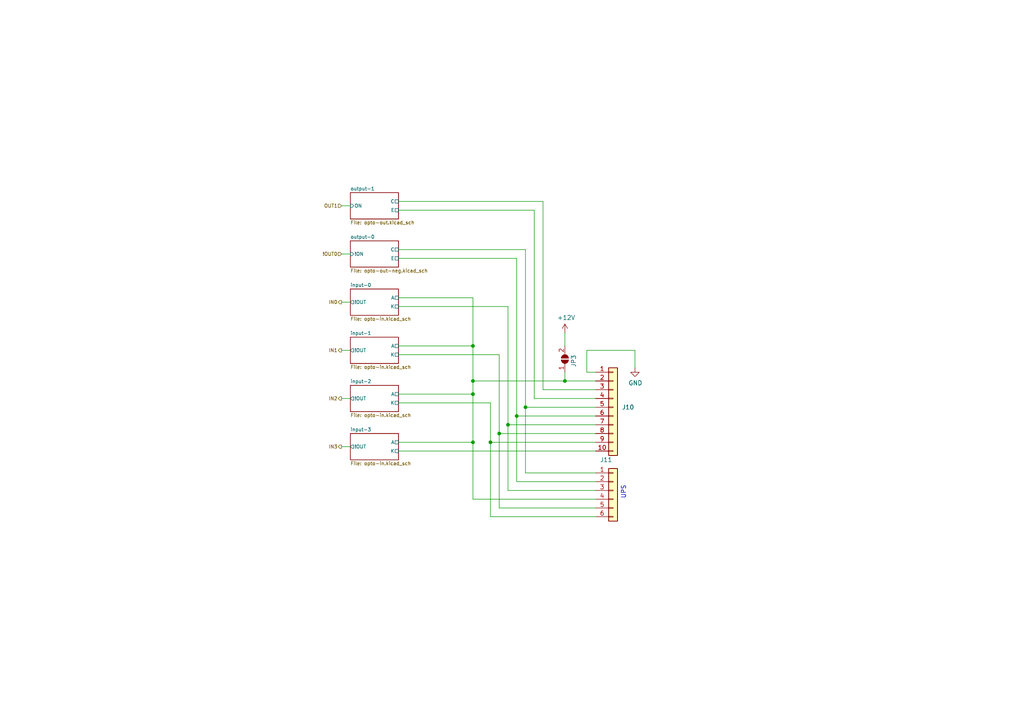
<source format=kicad_sch>
(kicad_sch (version 20230121) (generator eeschema)
  (paper "User" 297.002 210.007)
  (title_block (title "ESP-MAP (Standalone UPS Monitor)") (date "2024-01-07") (rev "rev01") (comment 1 "https://github.com/enriquewph/esp-map"))
  (lib_symbols
    (symbol "Connector_Generic:Conn_01x06" (pin_names (offset 1.016) hide)
      (property "Reference" "J" (at 0 7.62 0))
      (property "Value" "Conn_01x06" (at 0 -10.16 0))
      (symbol "Conn_01x06_1_1"
        (rectangle (start -1.27 -7.493) (end 0 -7.747) (stroke (width 0.1524)))
        (rectangle (start -1.27 -4.953) (end 0 -5.207) (stroke (width 0.1524)))
        (rectangle (start -1.27 -2.413) (end 0 -2.667) (stroke (width 0.1524)))
        (rectangle (start -1.27 0.127) (end 0 -0.127) (stroke (width 0.1524)))
        (rectangle (start -1.27 2.667) (end 0 2.413) (stroke (width 0.1524)))
        (rectangle (start -1.27 5.207) (end 0 4.953) (stroke (width 0.1524)))
        (rectangle (start -1.27 6.35) (end 1.27 -8.89) (stroke (width 0.254)) (fill (type background)))
        (pin passive line (at -5.08 5.08 0) (length 3.81) (name "Pin_1") (number "1"))
        (pin passive line (at -5.08 2.54 0) (length 3.81) (name "Pin_2") (number "2"))
        (pin passive line (at -5.08 0 0) (length 3.81) (name "Pin_3") (number "3"))
        (pin passive line (at -5.08 -2.54 0) (length 3.81) (name "Pin_4") (number "4"))
        (pin passive line (at -5.08 -5.08 0) (length 3.81) (name "Pin_5") (number "5"))
        (pin passive line (at -5.08 -7.62 0) (length 3.81) (name "Pin_6") (number "6"))
      )
    )
    (symbol "Connector_Generic:Conn_01x10" (pin_names (offset 1.016) hide)
      (property "Reference" "J" (at 0 12.7 0))
      (property "Value" "Conn_01x10" (at 0 -15.24 0))
      (symbol "Conn_01x10_1_1"
        (rectangle (start -1.27 -12.573) (end 0 -12.827) (stroke (width 0.1524)))
        (rectangle (start -1.27 -10.033) (end 0 -10.287) (stroke (width 0.1524)))
        (rectangle (start -1.27 -7.493) (end 0 -7.747) (stroke (width 0.1524)))
        (rectangle (start -1.27 -4.953) (end 0 -5.207) (stroke (width 0.1524)))
        (rectangle (start -1.27 -2.413) (end 0 -2.667) (stroke (width 0.1524)))
        (rectangle (start -1.27 0.127) (end 0 -0.127) (stroke (width 0.1524)))
        (rectangle (start -1.27 2.667) (end 0 2.413) (stroke (width 0.1524)))
        (rectangle (start -1.27 5.207) (end 0 4.953) (stroke (width 0.1524)))
        (rectangle (start -1.27 7.747) (end 0 7.493) (stroke (width 0.1524)))
        (rectangle (start -1.27 10.287) (end 0 10.033) (stroke (width 0.1524)))
        (rectangle (start -1.27 11.43) (end 1.27 -13.97) (stroke (width 0.254)) (fill (type background)))
        (pin passive line (at -5.08 10.16 0) (length 3.81) (name "Pin_1") (number "1"))
        (pin passive line (at -5.08 -12.7 0) (length 3.81) (name "Pin_10") (number "10"))
        (pin passive line (at -5.08 7.62 0) (length 3.81) (name "Pin_2") (number "2"))
        (pin passive line (at -5.08 5.08 0) (length 3.81) (name "Pin_3") (number "3"))
        (pin passive line (at -5.08 2.54 0) (length 3.81) (name "Pin_4") (number "4"))
        (pin passive line (at -5.08 0 0) (length 3.81) (name "Pin_5") (number "5"))
        (pin passive line (at -5.08 -2.54 0) (length 3.81) (name "Pin_6") (number "6"))
        (pin passive line (at -5.08 -5.08 0) (length 3.81) (name "Pin_7") (number "7"))
        (pin passive line (at -5.08 -7.62 0) (length 3.81) (name "Pin_8") (number "8"))
        (pin passive line (at -5.08 -10.16 0) (length 3.81) (name "Pin_9") (number "9"))
      )
    )
    (symbol "Jumper:SolderJumper_2_Open" (pin_names (offset 0) hide)
      (property "Reference" "JP" (at 0 2.032 0))
      (property "Value" "SolderJumper_2_Open" (at 0 -2.54 0))
      (symbol "SolderJumper_2_Open_0_1"
        (arc (start -0.254 1.016) (mid -1.2656 0) (end -0.254 -1.016))
        (arc (start -0.254 1.016) (mid -1.2656 0) (end -0.254 -1.016) (fill (type outline)))
        (polyline (pts (xy -0.254 1.016) (xy -0.254 -1.016)))
        (polyline (pts (xy 0.254 1.016) (xy 0.254 -1.016)))
        (arc (start 0.254 -1.016) (mid 1.2656 0) (end 0.254 1.016))
        (arc (start 0.254 -1.016) (mid 1.2656 0) (end 0.254 1.016) (fill (type outline)))
      )
      (symbol "SolderJumper_2_Open_1_1"
        (pin passive line (at -3.81 0 0) (length 2.54) (name "A") (number "1"))
        (pin passive line (at 3.81 0 180) (length 2.54) (name "B") (number "2"))
      )
    )
    (symbol "power:+12V" (power) (pin_names (offset 0))
      (property "Value" "+12V" (at 0 3.556 0))
      (symbol "+12V_0_1"
        (polyline (pts (xy -0.762 1.27) (xy 0 2.54)))
        (polyline (pts (xy 0 0) (xy 0 2.54)))
        (polyline (pts (xy 0 2.54) (xy 0.762 1.27)))
      )
      (symbol "+12V_1_1"
        (pin power_in line (at 0 0 90) (length 0) hide (name "+12V") (number "1"))
      )
    )
    (symbol "power:GND" (power) (pin_names (offset 0))
      (property "Value" "GND" (at 0 -3.81 0))
      (symbol "GND_0_1"
        (polyline (pts (xy 0 0) (xy 0 -1.27) (xy 1.27 -1.27) (xy 0 -2.54) (xy -1.27 -1.27) (xy 0 -1.27)))
      )
      (symbol "GND_1_1"
        (pin power_in line (at 0 0 270) (length 0) hide (name "GND") (number "1"))
      )
    )
  )
  (junction (at 144.78 125.73))
  (junction (at 152.4 118.11))
  (junction (at 142.24 128.27))
  (junction (at 137.16 110.49))
  (junction (at 137.16 114.3))
  (junction (at 137.16 128.27))
  (junction (at 147.32 123.19))
  (junction (at 149.86 120.65))
  (junction (at 137.16 100.33))
  (junction (at 163.83 110.49))
  (wire (pts (xy 144.78 125.73) (xy 144.78 102.87)))
  (wire (pts (xy 137.16 114.3) (xy 137.16 128.27)))
  (wire (pts (xy 137.16 86.36) (xy 137.16 100.33)))
  (wire (pts (xy 142.24 128.27) (xy 142.24 116.84)))
  (wire (pts (xy 144.78 147.32) (xy 144.78 125.73)))
  (wire (pts (xy 170.18 107.95) (xy 172.72 107.95)))
  (wire (pts (xy 172.72 149.86) (xy 142.24 149.86)))
  (wire (pts (xy 115.57 58.42) (xy 157.48 58.42)))
  (wire (pts (xy 172.72 139.7) (xy 149.86 139.7)))
  (wire (pts (xy 163.83 107.95) (xy 163.83 110.49)))
  (wire (pts (xy 172.72 147.32) (xy 144.78 147.32)))
  (wire (pts (xy 149.86 120.65) (xy 149.86 139.7)))
  (wire (pts (xy 147.32 142.24) (xy 147.32 123.19)))
  (wire (pts (xy 137.16 144.78) (xy 172.72 144.78)))
  (wire (pts (xy 152.4 118.11) (xy 172.72 118.11)))
  (wire (pts (xy 99.06 73.66) (xy 101.6 73.66)))
  (wire (pts (xy 115.57 100.33) (xy 137.16 100.33)))
  (wire (pts (xy 137.16 110.49) (xy 163.83 110.49)))
  (wire (pts (xy 163.83 96.52) (xy 163.83 100.33)))
  (wire (pts (xy 115.57 116.84) (xy 142.24 116.84)))
  (wire (pts (xy 137.16 110.49) (xy 137.16 114.3)))
  (wire (pts (xy 184.15 106.68) (xy 184.15 101.6)))
  (wire (pts (xy 152.4 72.39) (xy 152.4 118.11)))
  (wire (pts (xy 154.94 115.57) (xy 154.94 60.96)))
  (wire (pts (xy 157.48 113.03) (xy 172.72 113.03)))
  (wire (pts (xy 115.57 74.93) (xy 149.86 74.93)))
  (wire (pts (xy 115.57 60.96) (xy 154.94 60.96)))
  (wire (pts (xy 170.18 101.6) (xy 170.18 107.95)))
  (wire (pts (xy 115.57 86.36) (xy 137.16 86.36)))
  (wire (pts (xy 149.86 120.65) (xy 172.72 120.65)))
  (wire (pts (xy 157.48 58.42) (xy 157.48 113.03)))
  (wire (pts (xy 144.78 125.73) (xy 172.72 125.73)))
  (wire (pts (xy 163.83 110.49) (xy 172.72 110.49)))
  (wire (pts (xy 137.16 100.33) (xy 137.16 110.49)))
  (wire (pts (xy 115.57 114.3) (xy 137.16 114.3)))
  (wire (pts (xy 147.32 123.19) (xy 172.72 123.19)))
  (wire (pts (xy 137.16 144.78) (xy 137.16 128.27)))
  (wire (pts (xy 99.06 129.54) (xy 101.6 129.54)))
  (wire (pts (xy 99.06 87.63) (xy 101.6 87.63)))
  (wire (pts (xy 152.4 118.11) (xy 152.4 137.16)))
  (wire (pts (xy 115.57 102.87) (xy 144.78 102.87)))
  (wire (pts (xy 149.86 74.93) (xy 149.86 120.65)))
  (wire (pts (xy 101.6 101.6) (xy 99.06 101.6)))
  (wire (pts (xy 147.32 123.19) (xy 147.32 88.9)))
  (wire (pts (xy 115.57 130.81) (xy 172.72 130.81)))
  (wire (pts (xy 142.24 128.27) (xy 172.72 128.27)))
  (wire (pts (xy 115.57 72.39) (xy 152.4 72.39)))
  (wire (pts (xy 172.72 115.57) (xy 154.94 115.57)))
  (wire (pts (xy 172.72 142.24) (xy 147.32 142.24)))
  (wire (pts (xy 142.24 149.86) (xy 142.24 128.27)))
  (wire (pts (xy 115.57 88.9) (xy 147.32 88.9)))
  (wire (pts (xy 152.4 137.16) (xy 172.72 137.16)))
  (wire (pts (xy 99.06 59.69) (xy 101.6 59.69)))
  (wire (pts (xy 115.57 128.27) (xy 137.16 128.27)))
  (wire (pts (xy 184.15 101.6) (xy 170.18 101.6)))
  (wire (pts (xy 99.06 115.57) (xy 101.6 115.57)))
  (text "UPS" (at 181.61 144.78 90) (effects (font (size 1.27 1.27)) (justify left bottom)))
  (hierarchical_label "!OUT0" (shape input) (at 99.06 73.66 180) (effects (font (size 0.9906 0.9906))))
  (hierarchical_label "IN2" (shape output) (at 99.06 115.57 180) (effects (font (size 0.9906 0.9906))))
  (hierarchical_label "OUT1" (shape input) (at 99.06 59.69 180) (effects (font (size 0.9906 0.9906))))
  (hierarchical_label "IN3" (shape output) (at 99.06 129.54 180) (effects (font (size 0.9906 0.9906))))
  (hierarchical_label "IN0" (shape output) (at 99.06 87.63 180) (effects (font (size 0.9906 0.9906))))
  (hierarchical_label "IN1" (shape output) (at 99.06 101.6 180) (effects (font (size 0.9906 0.9906))))
  (symbol (lib_id "Connector_Generic:Conn_01x06") (at 177.8 142.24 0) (unit 1) (in_bom no) (on_board no)
    (property "Reference" "J11" (at 173.99 133.35 0) (effects (justify left)))
    (property "Value" "Conn_01x06" (effects hide))
    (property "Footprint" "Connector_Molex:Molex_KK-254_AE-6410-06A_1x06_P2.54mm_Vertical" (effects hide))
    (property "Datasheet" "https://app.adam-tech.com/products/download/data_sheet/196588/lha-xx-ts-data-sheet.pdf" (effects hide))
    (property "manf#" "LHA-06-TS" (effects hide))
  )
  (symbol (lib_id "Jumper:SolderJumper_2_Open") (at 163.83 104.14 90) (unit 1)
    (property "Reference" "JP3" (at 166.37 102.87 0) (effects (justify right)))
    (property "Value" "SolderJumper_2_Open" (effects hide))
    (property "Footprint" "Jumper:SolderJumper-2_P1.3mm_Open_RoundedPad1.0x1.5mm" (effects hide))
  )
  (symbol (lib_id "power:+12V") (at 163.83 96.52 0) (unit 1)
    (property "Reference" "#PWR068" (effects hide))
    (property "Value" "+12V" (at 164.211 92.1258 0))
  )
  (symbol (lib_id "Connector_Generic:Conn_01x10") (at 177.8 118.11 0) (unit 1)
    (property "Reference" "J10" (at 180.34 118.1099 0) (effects (justify left)))
    (property "Value" "Conn_01x10" (effects hide))
    (property "Footprint" "Connector_Molex:Molex_KK-254_AE-6410-10A_1x10_P2.54mm_Vertical" (effects hide))
    (property "Datasheet" "https://app.adam-tech.com/products/download/data_sheet/196588/lha-xx-ts-data-sheet.pdf" (effects hide))
    (property "manf#" "LHA-10-TS" (effects hide))
  )
  (symbol (lib_id "power:GND") (at 184.15 106.68 0) (unit 1)
    (property "Reference" "#PWR069" (effects hide))
    (property "Value" "GND" (at 184.277 111.0742 0))
  )
  (sheet (at 101.6 69.85) (size 13.97 7.62)
    (property "Sheetname" "output-0" (at 101.6 69.2781 0) (effects (font (size 0.9906 0.9906)) (justify left bottom)))
    (property "Sheetfile" "opto-out-neg.kicad_sch" (at 101.6 77.9428 0) (effects (font (size 0.9906 0.9906)) (justify left top)))
    (pin "!ON" input (at 101.6 73.66 180) (effects (font (size 0.9906 0.9906))))
    (pin "C" passive (at 115.57 72.39 0) (effects (font (size 0.9906 0.9906))))
    (pin "E" passive (at 115.57 74.93 0) (effects (font (size 0.9906 0.9906))))
  )
  (sheet (at 101.6 83.82) (size 13.97 7.62)
    (property "Sheetname" "input-0" (at 101.6 83.2481 0) (effects (font (size 0.9906 0.9906)) (justify left bottom)))
    (property "Sheetfile" "opto-in.kicad_sch" (at 101.6 91.9128 0) (effects (font (size 0.9906 0.9906)) (justify left top)))
    (pin "!OUT" output (at 101.6 87.63 180) (effects (font (size 0.9906 0.9906))))
    (pin "A" passive (at 115.57 86.36 0) (effects (font (size 0.9906 0.9906))))
    (pin "K" passive (at 115.57 88.9 0) (effects (font (size 0.9906 0.9906))))
  )
  (sheet (at 101.6 55.88) (size 13.97 7.62)
    (property "Sheetname" "output-1" (at 101.6 55.3081 0) (effects (font (size 0.9906 0.9906)) (justify left bottom)))
    (property "Sheetfile" "opto-out.kicad_sch" (at 101.6 63.9728 0) (effects (font (size 0.9906 0.9906)) (justify left top)))
    (pin "ON" input (at 101.6 59.69 180) (effects (font (size 0.9906 0.9906))))
    (pin "C" passive (at 115.57 58.42 0) (effects (font (size 0.9906 0.9906))))
    (pin "E" passive (at 115.57 60.96 0) (effects (font (size 0.9906 0.9906))))
  )
  (sheet (at 101.6 97.79) (size 13.97 7.62)
    (property "Sheetname" "input-1" (at 101.6 97.2181 0) (effects (font (size 0.9906 0.9906)) (justify left bottom)))
    (property "Sheetfile" "opto-in.kicad_sch" (at 101.6 105.8828 0) (effects (font (size 0.9906 0.9906)) (justify left top)))
    (pin "!OUT" output (at 101.6 101.6 180) (effects (font (size 0.9906 0.9906))))
    (pin "A" passive (at 115.57 100.33 0) (effects (font (size 0.9906 0.9906))))
    (pin "K" passive (at 115.57 102.87 0) (effects (font (size 0.9906 0.9906))))
  )
  (sheet (at 101.6 111.76) (size 13.97 7.62)
    (property "Sheetname" "input-2" (at 101.6 111.1881 0) (effects (font (size 0.9906 0.9906)) (justify left bottom)))
    (property "Sheetfile" "opto-in.kicad_sch" (at 101.6 119.8528 0) (effects (font (size 0.9906 0.9906)) (justify left top)))
    (pin "!OUT" output (at 101.6 115.57 180) (effects (font (size 0.9906 0.9906))))
    (pin "A" passive (at 115.57 114.3 0) (effects (font (size 0.9906 0.9906))))
    (pin "K" passive (at 115.57 116.84 0) (effects (font (size 0.9906 0.9906))))
  )
  (sheet (at 101.6 125.73) (size 13.97 7.62)
    (property "Sheetname" "input-3" (at 101.6 125.1581 0) (effects (font (size 0.9906 0.9906)) (justify left bottom)))
    (property "Sheetfile" "opto-in.kicad_sch" (at 101.6 133.8228 0) (effects (font (size 0.9906 0.9906)) (justify left top)))
    (pin "!OUT" output (at 101.6 129.54 180) (effects (font (size 0.9906 0.9906))))
    (pin "A" passive (at 115.57 128.27 0) (effects (font (size 0.9906 0.9906))))
    (pin "K" passive (at 115.57 130.81 0) (effects (font (size 0.9906 0.9906))))
  )
)
</source>
